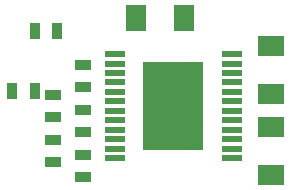
<source format=gtp>
G04 (created by PCBNEW (2013-07-07 BZR 4022)-stable) date 03/01/2015 23:01:15*
%MOIN*%
G04 Gerber Fmt 3.4, Leading zero omitted, Abs format*
%FSLAX34Y34*%
G01*
G70*
G90*
G04 APERTURE LIST*
%ADD10C,0.00590551*%
%ADD11R,0.0866X0.0709*%
%ADD12R,0.0709X0.0866*%
%ADD13R,0.204724X0.295276*%
%ADD14R,0.0669291X0.0216535*%
%ADD15R,0.035X0.055*%
%ADD16R,0.055X0.035*%
G04 APERTURE END LIST*
G54D10*
G54D11*
X94000Y-57010D03*
X94000Y-58590D03*
X94000Y-61290D03*
X94000Y-59710D03*
G54D12*
X89510Y-56050D03*
X91090Y-56050D03*
G54D13*
X90750Y-59000D03*
G54D14*
X88808Y-57267D03*
X88808Y-57582D03*
X88808Y-57897D03*
X88808Y-58212D03*
X88808Y-58527D03*
X88808Y-58842D03*
X88808Y-59157D03*
X88808Y-59472D03*
X88808Y-59787D03*
X88808Y-60102D03*
X88808Y-60417D03*
X88808Y-60732D03*
X92691Y-60732D03*
X92691Y-60417D03*
X92691Y-60102D03*
X92691Y-59787D03*
X92691Y-59472D03*
X92691Y-59157D03*
X92691Y-58842D03*
X92691Y-58527D03*
X92691Y-58212D03*
X92691Y-57897D03*
X92691Y-57582D03*
X92691Y-57267D03*
G54D15*
X86125Y-56500D03*
X86875Y-56500D03*
G54D16*
X86750Y-59375D03*
X86750Y-58625D03*
G54D15*
X85375Y-58500D03*
X86125Y-58500D03*
G54D16*
X87750Y-60625D03*
X87750Y-61375D03*
X86750Y-60125D03*
X86750Y-60875D03*
X87750Y-59125D03*
X87750Y-59875D03*
X87750Y-58375D03*
X87750Y-57625D03*
M02*

</source>
